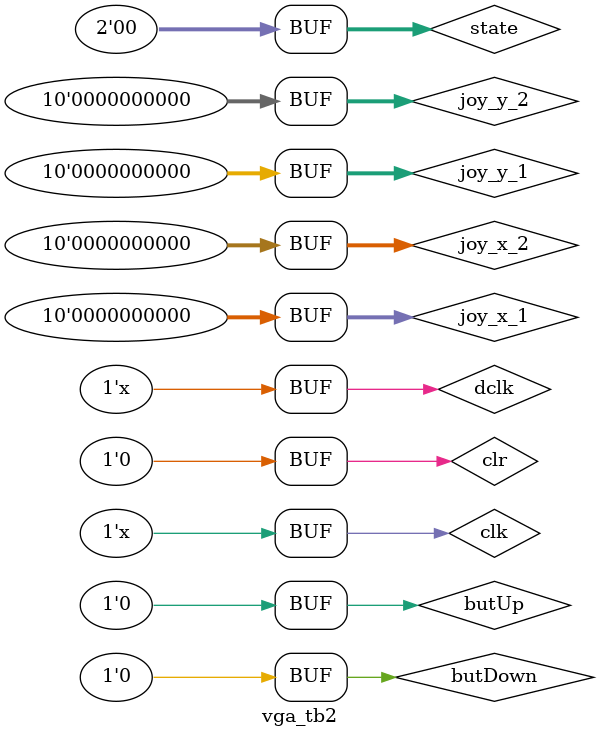
<source format=v>
`timescale 1ns / 1ps


module vga_tb2;

	// Inputs
	reg clk;
	reg dclk;
	reg clr;
	reg [9:0] joy_x_1;
	reg [9:0] joy_y_1;
	reg [9:0] joy_x_2;
	reg [9:0] joy_y_2;
	reg [1:0] state;
	reg butUp;
	reg butDown;

	// Outputs
	wire hsync;
	wire vsync;
	wire [2:0] red;
	wire [2:0] green;
	wire [1:0] blue;
	wire [9:0] dot_x_1;
	wire [9:0] dot_y_1;
	wire [9:0] dot_x_2;
	wire [9:0] dot_y_2;
	wire [9:0] puck_x;
	wire [9:0] puck_y;
	wire collide1;
	wire collide2;
	wire [2:0] out_score1;
	wire [2:0] out_score2;
	wire [2:0] movescore_1;
	wire [2:0] movescore_2;

	// Instantiate the Unit Under Test (UUT)
	vga640x480 uut (
		.clk(clk), 
		.dclk(dclk), 
		.clr(clr), 
		.hsync(hsync), 
		.vsync(vsync), 
		.red(red), 
		.green(green), 
		.blue(blue), 
		.joy_x_1(joy_x_1), 
		.joy_y_1(joy_y_1), 
		.joy_x_2(joy_x_2), 
		.joy_y_2(joy_y_2), 
		.dot_x_1(dot_x_1), 
		.dot_y_1(dot_y_1), 
		.dot_x_2(dot_x_2), 
		.dot_y_2(dot_y_2), 
		.puck_x(puck_x), 
		.puck_y(puck_y), 
		.collide1(collide1), 
		.collide2(collide2), 
		.state(state), 
		.butUp(butUp), 
		.butDown(butDown), 
		.out_score1(out_score1), 
		.out_score2(out_score2), 
		.movescore_1(movescore_1), 
		.movescore_2(movescore_2)
	);
	
	always #5 clk=~clk;
	always #20 dclk=~dclk;

	initial begin
		// Initialize Inputs
		clk = 0;
		dclk = 0;
		clr = 0;
		joy_x_1 = 0;
		joy_y_1 = 0;
		joy_x_2 = 0;
		joy_y_2 = 0;
		state = 0;
		butUp = 0;
		butDown = 0;

		// Wait 100 ns for global reset to finish
		#100;
        
		// Add stimulus here
		clr = 1;
		#200
        
        
        
		clr = 0;
	end
      
endmodule


</source>
